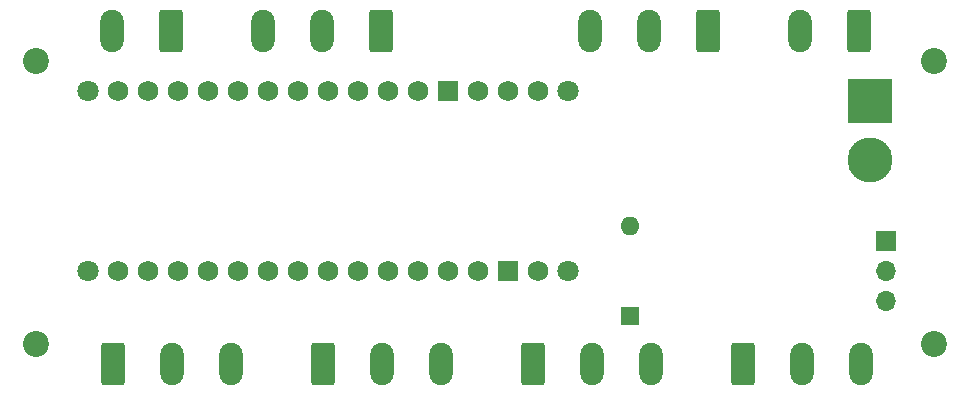
<source format=gbr>
%TF.GenerationSoftware,KiCad,Pcbnew,7.0.6*%
%TF.CreationDate,2024-02-02T01:32:10-05:00*%
%TF.ProjectId,luytenPCB,6c757974-656e-4504-9342-2e6b69636164,rev?*%
%TF.SameCoordinates,Original*%
%TF.FileFunction,Soldermask,Bot*%
%TF.FilePolarity,Negative*%
%FSLAX46Y46*%
G04 Gerber Fmt 4.6, Leading zero omitted, Abs format (unit mm)*
G04 Created by KiCad (PCBNEW 7.0.6) date 2024-02-02 01:32:10*
%MOMM*%
%LPD*%
G01*
G04 APERTURE LIST*
G04 Aperture macros list*
%AMRoundRect*
0 Rectangle with rounded corners*
0 $1 Rounding radius*
0 $2 $3 $4 $5 $6 $7 $8 $9 X,Y pos of 4 corners*
0 Add a 4 corners polygon primitive as box body*
4,1,4,$2,$3,$4,$5,$6,$7,$8,$9,$2,$3,0*
0 Add four circle primitives for the rounded corners*
1,1,$1+$1,$2,$3*
1,1,$1+$1,$4,$5*
1,1,$1+$1,$6,$7*
1,1,$1+$1,$8,$9*
0 Add four rect primitives between the rounded corners*
20,1,$1+$1,$2,$3,$4,$5,0*
20,1,$1+$1,$4,$5,$6,$7,0*
20,1,$1+$1,$6,$7,$8,$9,0*
20,1,$1+$1,$8,$9,$2,$3,0*%
G04 Aperture macros list end*
%ADD10C,2.200000*%
%ADD11C,3.800000*%
%ADD12R,3.800000X3.800000*%
%ADD13O,1.600000X1.600000*%
%ADD14R,1.600000X1.600000*%
%ADD15O,1.700000X1.700000*%
%ADD16R,1.700000X1.700000*%
%ADD17O,2.000000X3.600000*%
%ADD18RoundRect,0.250000X-0.750000X-1.550000X0.750000X-1.550000X0.750000X1.550000X-0.750000X1.550000X0*%
%ADD19RoundRect,0.250000X0.750000X1.550000X-0.750000X1.550000X-0.750000X-1.550000X0.750000X-1.550000X0*%
%ADD20C,1.800000*%
%ADD21C,1.727200*%
%ADD22R,1.727200X1.727200*%
G04 APERTURE END LIST*
D10*
%TO.C,H4*%
X120300000Y-57000000D03*
%TD*%
%TO.C,H3*%
X44300000Y-57000000D03*
%TD*%
%TO.C,H2*%
X120300000Y-33000000D03*
%TD*%
%TO.C,H1*%
X44300000Y-33000000D03*
%TD*%
D11*
%TO.C,J1*%
X114879891Y-41399162D03*
D12*
X114879891Y-36399162D03*
%TD*%
D13*
%TO.C,SW1*%
X94615000Y-46990000D03*
D14*
X94615000Y-54610000D03*
%TD*%
D15*
%TO.C,J10*%
X116225548Y-53340000D03*
X116225548Y-50800000D03*
D16*
X116225548Y-48260000D03*
%TD*%
D17*
%TO.C,J9*%
X78580000Y-58690000D03*
X73580000Y-58690000D03*
D18*
X68580000Y-58690000D03*
%TD*%
D17*
%TO.C,J8*%
X60800000Y-58690000D03*
X55800000Y-58690000D03*
D18*
X50800000Y-58690000D03*
%TD*%
D17*
%TO.C,J7*%
X96360000Y-58690000D03*
X91360000Y-58690000D03*
D18*
X86360000Y-58690000D03*
%TD*%
D17*
%TO.C,J6*%
X114140000Y-58690000D03*
X109140000Y-58690000D03*
D18*
X104140000Y-58690000D03*
%TD*%
D17*
%TO.C,J5*%
X91222588Y-30447500D03*
X96222588Y-30447500D03*
D19*
X101222588Y-30447500D03*
%TD*%
D17*
%TO.C,J4*%
X63500000Y-30480000D03*
X68500000Y-30480000D03*
D19*
X73500000Y-30480000D03*
%TD*%
D17*
%TO.C,J3*%
X50760000Y-30480000D03*
D19*
X55760000Y-30480000D03*
%TD*%
D17*
%TO.C,J2*%
X108962588Y-30447500D03*
D19*
X113962588Y-30447500D03*
%TD*%
D20*
%TO.C,A1*%
X48672000Y-35560000D03*
X89312000Y-50800000D03*
X48672000Y-50800000D03*
X89312000Y-35560000D03*
D21*
X53752000Y-50800000D03*
X79152000Y-50800000D03*
X58832000Y-50800000D03*
X61372000Y-50800000D03*
X63912000Y-50800000D03*
X66452000Y-50800000D03*
X68992000Y-50800000D03*
X71532000Y-50800000D03*
X74072000Y-50800000D03*
X76612000Y-50800000D03*
X56292000Y-50800000D03*
X81692000Y-50800000D03*
X84232000Y-35560000D03*
X86772000Y-35560000D03*
X76612000Y-35560000D03*
X74072000Y-35560000D03*
X71532000Y-35560000D03*
X68992000Y-35560000D03*
X66452000Y-35560000D03*
X63912000Y-35560000D03*
X61372000Y-35560000D03*
X58832000Y-35560000D03*
X56292000Y-35560000D03*
X53752000Y-35560000D03*
X51212000Y-35560000D03*
X51212000Y-50800000D03*
D22*
X79152000Y-35560000D03*
X84232000Y-50800000D03*
D21*
X81692000Y-35560000D03*
X86772000Y-50800000D03*
%TD*%
M02*

</source>
